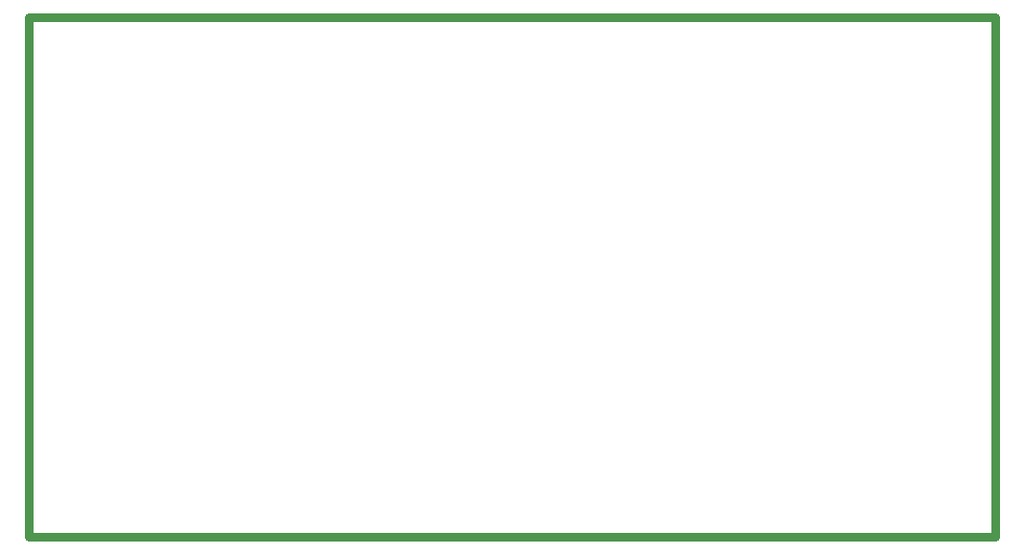
<source format=gbr>
G04*
G04 #@! TF.GenerationSoftware,Altium Limited,Altium Designer,22.4.2 (48)*
G04*
G04 Layer_Color=16711935*
%FSLAX25Y25*%
%MOIN*%
G70*
G04*
G04 #@! TF.SameCoordinates,6C7EA4D3-1DBA-4452-8A60-7FA1E15C8F26*
G04*
G04*
G04 #@! TF.FilePolarity,Positive*
G04*
G01*
G75*
%ADD20C,0.02953*%
D20*
X436000Y280500D02*
X436000Y100000D01*
X100000Y280500D02*
X436000D01*
X100000Y100000D02*
Y280500D01*
Y100000D02*
X436000D01*
M02*

</source>
